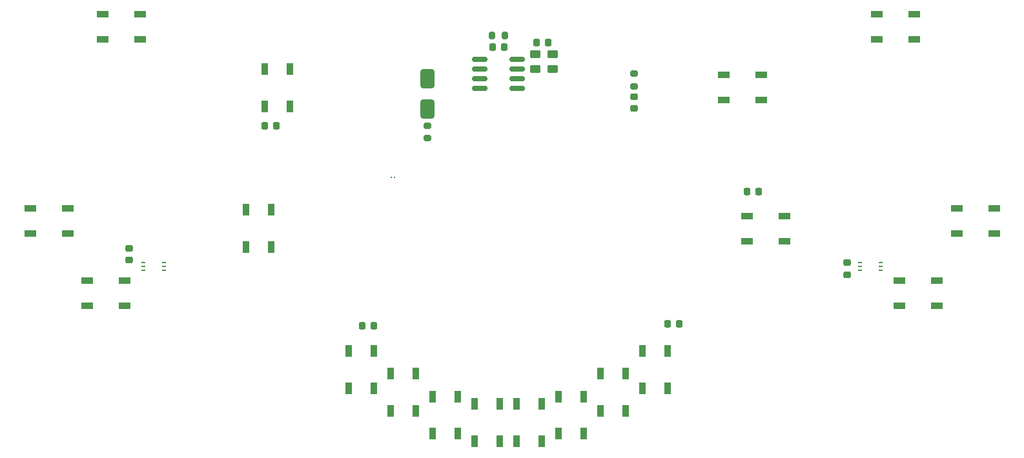
<source format=gbr>
%TF.GenerationSoftware,KiCad,Pcbnew,9.0.1*%
%TF.CreationDate,2025-05-06T09:33:06+02:00*%
%TF.ProjectId,hoofd nieuw V2,686f6f66-6420-46e6-9965-75772056322e,rev?*%
%TF.SameCoordinates,Original*%
%TF.FileFunction,Paste,Top*%
%TF.FilePolarity,Positive*%
%FSLAX46Y46*%
G04 Gerber Fmt 4.6, Leading zero omitted, Abs format (unit mm)*
G04 Created by KiCad (PCBNEW 9.0.1) date 2025-05-06 09:33:06*
%MOMM*%
%LPD*%
G01*
G04 APERTURE LIST*
G04 Aperture macros list*
%AMRoundRect*
0 Rectangle with rounded corners*
0 $1 Rounding radius*
0 $2 $3 $4 $5 $6 $7 $8 $9 X,Y pos of 4 corners*
0 Add a 4 corners polygon primitive as box body*
4,1,4,$2,$3,$4,$5,$6,$7,$8,$9,$2,$3,0*
0 Add four circle primitives for the rounded corners*
1,1,$1+$1,$2,$3*
1,1,$1+$1,$4,$5*
1,1,$1+$1,$6,$7*
1,1,$1+$1,$8,$9*
0 Add four rect primitives between the rounded corners*
20,1,$1+$1,$2,$3,$4,$5,0*
20,1,$1+$1,$4,$5,$6,$7,0*
20,1,$1+$1,$6,$7,$8,$9,0*
20,1,$1+$1,$8,$9,$2,$3,0*%
G04 Aperture macros list end*
%ADD10RoundRect,0.090000X0.360000X-0.660000X0.360000X0.660000X-0.360000X0.660000X-0.360000X-0.660000X0*%
%ADD11R,0.200000X0.280000*%
%ADD12RoundRect,0.225000X0.225000X0.250000X-0.225000X0.250000X-0.225000X-0.250000X0.225000X-0.250000X0*%
%ADD13RoundRect,0.225000X-0.225000X-0.250000X0.225000X-0.250000X0.225000X0.250000X-0.225000X0.250000X0*%
%ADD14RoundRect,0.225000X-0.250000X0.225000X-0.250000X-0.225000X0.250000X-0.225000X0.250000X0.225000X0*%
%ADD15RoundRect,0.090000X-0.660000X-0.360000X0.660000X-0.360000X0.660000X0.360000X-0.660000X0.360000X0*%
%ADD16RoundRect,0.090000X0.660000X0.360000X-0.660000X0.360000X-0.660000X-0.360000X0.660000X-0.360000X0*%
%ADD17R,0.550000X0.250000*%
%ADD18RoundRect,0.165000X0.485000X0.385000X-0.485000X0.385000X-0.485000X-0.385000X0.485000X-0.385000X0*%
%ADD19RoundRect,0.090000X-0.360000X0.660000X-0.360000X-0.660000X0.360000X-0.660000X0.360000X0.660000X0*%
%ADD20RoundRect,0.150000X-0.825000X-0.150000X0.825000X-0.150000X0.825000X0.150000X-0.825000X0.150000X0*%
%ADD21RoundRect,0.200000X-0.275000X0.200000X-0.275000X-0.200000X0.275000X-0.200000X0.275000X0.200000X0*%
%ADD22RoundRect,0.250000X-0.650000X1.000000X-0.650000X-1.000000X0.650000X-1.000000X0.650000X1.000000X0*%
%ADD23RoundRect,0.200000X-0.200000X-0.275000X0.200000X-0.275000X0.200000X0.275000X-0.200000X0.275000X0*%
%ADD24RoundRect,0.200000X0.275000X-0.200000X0.275000X0.200000X-0.275000X0.200000X-0.275000X-0.200000X0*%
G04 APERTURE END LIST*
D10*
%TO.C,D5*%
X96600000Y-63450000D03*
X99900000Y-63450000D03*
X99900000Y-58550000D03*
X96600000Y-58550000D03*
%TD*%
D11*
%TO.C,D6*%
X116075000Y-54275000D03*
X115675000Y-54275000D03*
%TD*%
D12*
%TO.C,C2*%
X136225000Y-36650000D03*
X134675000Y-36650000D03*
%TD*%
D13*
%TO.C,C1*%
X128950000Y-37200000D03*
X130500000Y-37200000D03*
%TD*%
D10*
%TO.C,D13*%
X143100000Y-84950000D03*
X146400000Y-84950000D03*
X146400000Y-80050000D03*
X143100000Y-80050000D03*
%TD*%
D14*
%TO.C,C8*%
X175425000Y-65500000D03*
X175425000Y-67050000D03*
%TD*%
D12*
%TO.C,C5*%
X100625000Y-47500000D03*
X99075000Y-47500000D03*
%TD*%
D13*
%TO.C,C4*%
X111835000Y-73810000D03*
X113385000Y-73810000D03*
%TD*%
D10*
%TO.C,D8*%
X115600000Y-84950000D03*
X118900000Y-84950000D03*
X118900000Y-80050000D03*
X115600000Y-80050000D03*
%TD*%
D15*
%TO.C,D19*%
X159300000Y-40850000D03*
X159300000Y-44150000D03*
X164200000Y-44150000D03*
X164200000Y-40850000D03*
%TD*%
D10*
%TO.C,D9*%
X121100000Y-87950000D03*
X124400000Y-87950000D03*
X124400000Y-83050000D03*
X121100000Y-83050000D03*
%TD*%
D14*
%TO.C,C6*%
X147500000Y-43725000D03*
X147500000Y-45275000D03*
%TD*%
D15*
%TO.C,D18*%
X179300000Y-32850000D03*
X179300000Y-36150000D03*
X184200000Y-36150000D03*
X184200000Y-32850000D03*
%TD*%
D12*
%TO.C,C9*%
X153445000Y-73510000D03*
X151895000Y-73510000D03*
%TD*%
D16*
%TO.C,D15*%
X167200000Y-62650000D03*
X167200000Y-59350000D03*
X162300000Y-59350000D03*
X162300000Y-62650000D03*
%TD*%
D10*
%TO.C,D11*%
X132100000Y-88950000D03*
X135400000Y-88950000D03*
X135400000Y-84050000D03*
X132100000Y-84050000D03*
%TD*%
%TO.C,D7*%
X110100000Y-81950000D03*
X113400000Y-81950000D03*
X113400000Y-77050000D03*
X110100000Y-77050000D03*
%TD*%
D17*
%TO.C,U3*%
X177125000Y-65500000D03*
X177125000Y-66000000D03*
X177125000Y-66500000D03*
X179875000Y-66500000D03*
X179875000Y-66000000D03*
X179875000Y-65500000D03*
%TD*%
D10*
%TO.C,D10*%
X126600000Y-88950000D03*
X129900000Y-88950000D03*
X129900000Y-84050000D03*
X126600000Y-84050000D03*
%TD*%
D18*
%TO.C,Y1*%
X136850000Y-38150000D03*
X134550000Y-38150000D03*
X134550000Y-40050000D03*
X136850000Y-40050000D03*
%TD*%
D16*
%TO.C,D16*%
X187200000Y-71150000D03*
X187200000Y-67850000D03*
X182300000Y-67850000D03*
X182300000Y-71150000D03*
%TD*%
D19*
%TO.C,D1*%
X102400000Y-40050000D03*
X99100000Y-40050000D03*
X99100000Y-44950000D03*
X102400000Y-44950000D03*
%TD*%
D16*
%TO.C,D17*%
X194700000Y-61650000D03*
X194700000Y-58350000D03*
X189800000Y-58350000D03*
X189800000Y-61650000D03*
%TD*%
%TO.C,D4*%
X80700000Y-71150000D03*
X80700000Y-67850000D03*
X75800000Y-67850000D03*
X75800000Y-71150000D03*
%TD*%
D20*
%TO.C,U1*%
X127225000Y-38775000D03*
X127225000Y-40045000D03*
X127225000Y-41315000D03*
X127225000Y-42585000D03*
X132175000Y-42585000D03*
X132175000Y-41315000D03*
X132175000Y-40045000D03*
X132175000Y-38775000D03*
%TD*%
D21*
%TO.C,R1*%
X147500000Y-40675000D03*
X147500000Y-42325000D03*
%TD*%
D22*
%TO.C,D21*%
X120390000Y-41330000D03*
X120390000Y-45330000D03*
%TD*%
D10*
%TO.C,D14*%
X148600000Y-81950000D03*
X151900000Y-81950000D03*
X151900000Y-77050000D03*
X148600000Y-77050000D03*
%TD*%
D23*
%TO.C,R3*%
X128900000Y-35675000D03*
X130550000Y-35675000D03*
%TD*%
D15*
%TO.C,D3*%
X68300000Y-58350000D03*
X68300000Y-61650000D03*
X73200000Y-61650000D03*
X73200000Y-58350000D03*
%TD*%
D12*
%TO.C,C3*%
X163855000Y-56200000D03*
X162305000Y-56200000D03*
%TD*%
D10*
%TO.C,D12*%
X137600000Y-87950000D03*
X140900000Y-87950000D03*
X140900000Y-83050000D03*
X137600000Y-83050000D03*
%TD*%
D14*
%TO.C,C7*%
X81300000Y-63625000D03*
X81300000Y-65175000D03*
%TD*%
D24*
%TO.C,R2*%
X120390000Y-49155000D03*
X120390000Y-47505000D03*
%TD*%
D15*
%TO.C,D2*%
X77800000Y-32850000D03*
X77800000Y-36150000D03*
X82700000Y-36150000D03*
X82700000Y-32850000D03*
%TD*%
D17*
%TO.C,U2*%
X83125000Y-65500000D03*
X83125000Y-66000000D03*
X83125000Y-66500000D03*
X85875000Y-66500000D03*
X85875000Y-66000000D03*
X85875000Y-65500000D03*
%TD*%
M02*

</source>
